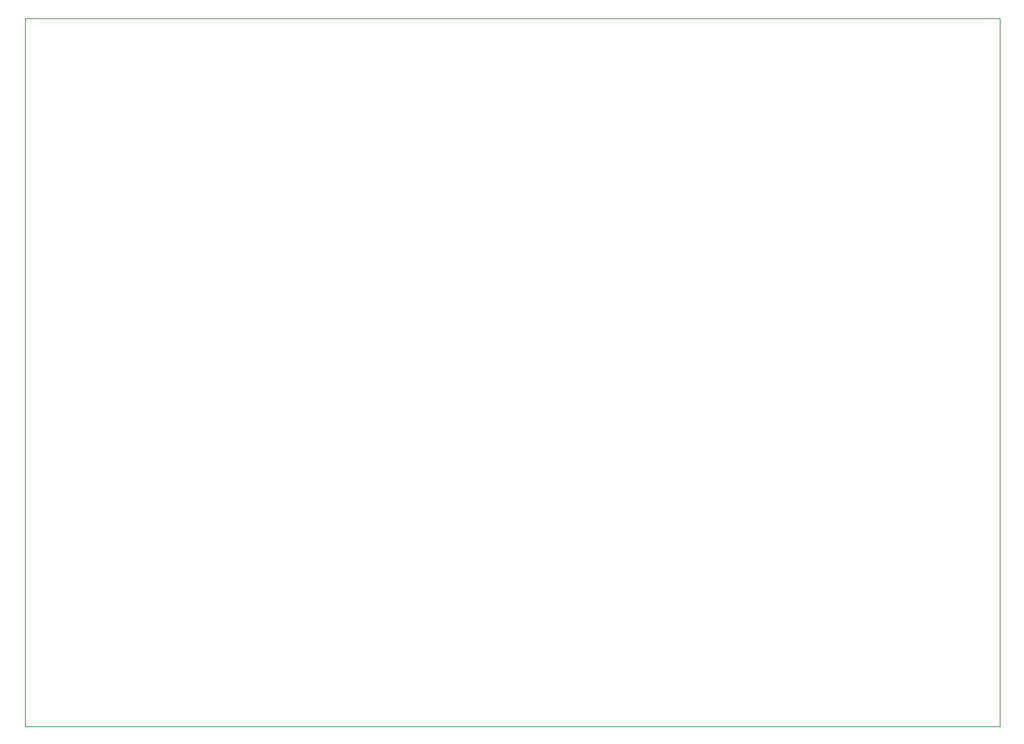
<source format=gbr>
%TF.GenerationSoftware,KiCad,Pcbnew,8.0.0*%
%TF.CreationDate,2025-02-08T12:11:07-03:30*%
%TF.ProjectId,H_Bridges,485f4272-6964-4676-9573-2e6b69636164,rev?*%
%TF.SameCoordinates,Original*%
%TF.FileFunction,Profile,NP*%
%FSLAX46Y46*%
G04 Gerber Fmt 4.6, Leading zero omitted, Abs format (unit mm)*
G04 Created by KiCad (PCBNEW 8.0.0) date 2025-02-08 12:11:07*
%MOMM*%
%LPD*%
G01*
G04 APERTURE LIST*
%TA.AperFunction,Profile*%
%ADD10C,0.050000*%
%TD*%
G04 APERTURE END LIST*
D10*
X80100000Y-46800000D02*
X192500000Y-46800000D01*
X192500000Y-128500000D01*
X80100000Y-128500000D01*
X80100000Y-46800000D01*
M02*

</source>
